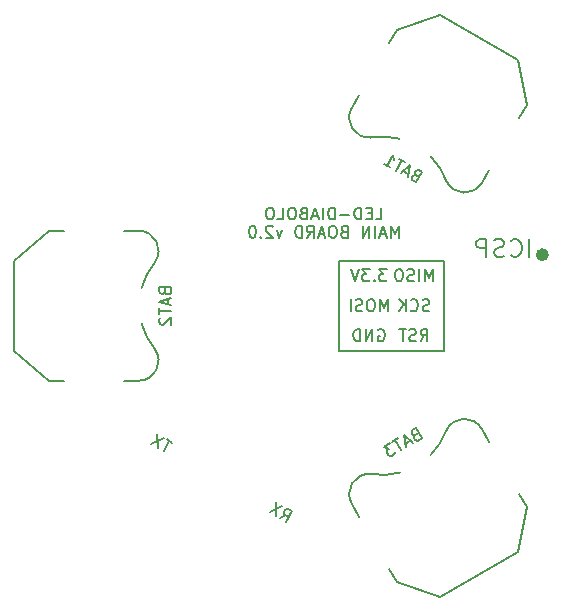
<source format=gbo>
G04 #@! TF.FileFunction,Legend,Bot*
%FSLAX46Y46*%
G04 Gerber Fmt 4.6, Leading zero omitted, Abs format (unit mm)*
G04 Created by KiCad (PCBNEW (2015-08-12 BZR 6086)-product) date Tue 01 Sep 2015 09:02:53 PM CEST*
%MOMM*%
G01*
G04 APERTURE LIST*
%ADD10C,0.100000*%
%ADD11C,0.150000*%
%ADD12C,0.580000*%
%ADD13R,3.250000X3.250000*%
%ADD14R,8.020000X8.020000*%
%ADD15R,4.080000X1.670000*%
%ADD16C,1.760000*%
%ADD17C,1.760000*%
%ADD18R,1.760000X1.760000*%
%ADD19O,1.760000X1.760000*%
G04 APERTURE END LIST*
D10*
D11*
X131380952Y-119692381D02*
X131857143Y-119692381D01*
X131857143Y-118692381D01*
X131047619Y-119168571D02*
X130714285Y-119168571D01*
X130571428Y-119692381D02*
X131047619Y-119692381D01*
X131047619Y-118692381D01*
X130571428Y-118692381D01*
X130142857Y-119692381D02*
X130142857Y-118692381D01*
X129904762Y-118692381D01*
X129761904Y-118740000D01*
X129666666Y-118835238D01*
X129619047Y-118930476D01*
X129571428Y-119120952D01*
X129571428Y-119263810D01*
X129619047Y-119454286D01*
X129666666Y-119549524D01*
X129761904Y-119644762D01*
X129904762Y-119692381D01*
X130142857Y-119692381D01*
X129142857Y-119311429D02*
X128380952Y-119311429D01*
X127904762Y-119692381D02*
X127904762Y-118692381D01*
X127666667Y-118692381D01*
X127523809Y-118740000D01*
X127428571Y-118835238D01*
X127380952Y-118930476D01*
X127333333Y-119120952D01*
X127333333Y-119263810D01*
X127380952Y-119454286D01*
X127428571Y-119549524D01*
X127523809Y-119644762D01*
X127666667Y-119692381D01*
X127904762Y-119692381D01*
X126904762Y-119692381D02*
X126904762Y-118692381D01*
X126476191Y-119406667D02*
X126000000Y-119406667D01*
X126571429Y-119692381D02*
X126238096Y-118692381D01*
X125904762Y-119692381D01*
X125238095Y-119168571D02*
X125095238Y-119216190D01*
X125047619Y-119263810D01*
X125000000Y-119359048D01*
X125000000Y-119501905D01*
X125047619Y-119597143D01*
X125095238Y-119644762D01*
X125190476Y-119692381D01*
X125571429Y-119692381D01*
X125571429Y-118692381D01*
X125238095Y-118692381D01*
X125142857Y-118740000D01*
X125095238Y-118787619D01*
X125047619Y-118882857D01*
X125047619Y-118978095D01*
X125095238Y-119073333D01*
X125142857Y-119120952D01*
X125238095Y-119168571D01*
X125571429Y-119168571D01*
X124380953Y-118692381D02*
X124190476Y-118692381D01*
X124095238Y-118740000D01*
X124000000Y-118835238D01*
X123952381Y-119025714D01*
X123952381Y-119359048D01*
X124000000Y-119549524D01*
X124095238Y-119644762D01*
X124190476Y-119692381D01*
X124380953Y-119692381D01*
X124476191Y-119644762D01*
X124571429Y-119549524D01*
X124619048Y-119359048D01*
X124619048Y-119025714D01*
X124571429Y-118835238D01*
X124476191Y-118740000D01*
X124380953Y-118692381D01*
X123047619Y-119692381D02*
X123523810Y-119692381D01*
X123523810Y-118692381D01*
X122523810Y-118692381D02*
X122333333Y-118692381D01*
X122238095Y-118740000D01*
X122142857Y-118835238D01*
X122095238Y-119025714D01*
X122095238Y-119359048D01*
X122142857Y-119549524D01*
X122238095Y-119644762D01*
X122333333Y-119692381D01*
X122523810Y-119692381D01*
X122619048Y-119644762D01*
X122714286Y-119549524D01*
X122761905Y-119359048D01*
X122761905Y-119025714D01*
X122714286Y-118835238D01*
X122619048Y-118740000D01*
X122523810Y-118692381D01*
X133309524Y-121242381D02*
X133309524Y-120242381D01*
X132976190Y-120956667D01*
X132642857Y-120242381D01*
X132642857Y-121242381D01*
X132214286Y-120956667D02*
X131738095Y-120956667D01*
X132309524Y-121242381D02*
X131976191Y-120242381D01*
X131642857Y-121242381D01*
X131309524Y-121242381D02*
X131309524Y-120242381D01*
X130833334Y-121242381D02*
X130833334Y-120242381D01*
X130261905Y-121242381D01*
X130261905Y-120242381D01*
X128690476Y-120718571D02*
X128547619Y-120766190D01*
X128500000Y-120813810D01*
X128452381Y-120909048D01*
X128452381Y-121051905D01*
X128500000Y-121147143D01*
X128547619Y-121194762D01*
X128642857Y-121242381D01*
X129023810Y-121242381D01*
X129023810Y-120242381D01*
X128690476Y-120242381D01*
X128595238Y-120290000D01*
X128547619Y-120337619D01*
X128500000Y-120432857D01*
X128500000Y-120528095D01*
X128547619Y-120623333D01*
X128595238Y-120670952D01*
X128690476Y-120718571D01*
X129023810Y-120718571D01*
X127833334Y-120242381D02*
X127642857Y-120242381D01*
X127547619Y-120290000D01*
X127452381Y-120385238D01*
X127404762Y-120575714D01*
X127404762Y-120909048D01*
X127452381Y-121099524D01*
X127547619Y-121194762D01*
X127642857Y-121242381D01*
X127833334Y-121242381D01*
X127928572Y-121194762D01*
X128023810Y-121099524D01*
X128071429Y-120909048D01*
X128071429Y-120575714D01*
X128023810Y-120385238D01*
X127928572Y-120290000D01*
X127833334Y-120242381D01*
X127023810Y-120956667D02*
X126547619Y-120956667D01*
X127119048Y-121242381D02*
X126785715Y-120242381D01*
X126452381Y-121242381D01*
X125547619Y-121242381D02*
X125880953Y-120766190D01*
X126119048Y-121242381D02*
X126119048Y-120242381D01*
X125738095Y-120242381D01*
X125642857Y-120290000D01*
X125595238Y-120337619D01*
X125547619Y-120432857D01*
X125547619Y-120575714D01*
X125595238Y-120670952D01*
X125642857Y-120718571D01*
X125738095Y-120766190D01*
X126119048Y-120766190D01*
X125119048Y-121242381D02*
X125119048Y-120242381D01*
X124880953Y-120242381D01*
X124738095Y-120290000D01*
X124642857Y-120385238D01*
X124595238Y-120480476D01*
X124547619Y-120670952D01*
X124547619Y-120813810D01*
X124595238Y-121004286D01*
X124642857Y-121099524D01*
X124738095Y-121194762D01*
X124880953Y-121242381D01*
X125119048Y-121242381D01*
X123452381Y-120575714D02*
X123214286Y-121242381D01*
X122976190Y-120575714D01*
X122642857Y-120337619D02*
X122595238Y-120290000D01*
X122500000Y-120242381D01*
X122261904Y-120242381D01*
X122166666Y-120290000D01*
X122119047Y-120337619D01*
X122071428Y-120432857D01*
X122071428Y-120528095D01*
X122119047Y-120670952D01*
X122690476Y-121242381D01*
X122071428Y-121242381D01*
X121642857Y-121147143D02*
X121595238Y-121194762D01*
X121642857Y-121242381D01*
X121690476Y-121194762D01*
X121642857Y-121147143D01*
X121642857Y-121242381D01*
X120976191Y-120242381D02*
X120880952Y-120242381D01*
X120785714Y-120290000D01*
X120738095Y-120337619D01*
X120690476Y-120432857D01*
X120642857Y-120623333D01*
X120642857Y-120861429D01*
X120690476Y-121051905D01*
X120738095Y-121147143D01*
X120785714Y-121194762D01*
X120880952Y-121242381D01*
X120976191Y-121242381D01*
X121071429Y-121194762D01*
X121119048Y-121147143D01*
X121166667Y-121051905D01*
X121214286Y-120861429D01*
X121214286Y-120623333D01*
X121166667Y-120432857D01*
X121119048Y-120337619D01*
X121071429Y-120290000D01*
X120976191Y-120242381D01*
X128270000Y-130810000D02*
X128270000Y-123190000D01*
X137160000Y-130810000D02*
X128270000Y-130810000D01*
X137160000Y-123190000D02*
X137160000Y-130810000D01*
X128270000Y-123190000D02*
X137160000Y-123190000D01*
X133425199Y-141130817D02*
G75*
G02X130916957Y-141240369I-1501199J5602199D01*
G01*
X136025047Y-139629795D02*
G75*
G03X137374043Y-137512369I-4101047J4101177D01*
G01*
X130947082Y-141249332D02*
G75*
G03X129345739Y-143762938I-146421J-1673606D01*
G01*
X137366743Y-137542940D02*
G75*
G02X140344261Y-137412938I1522596J-709998D01*
G01*
X129980739Y-144862790D02*
X129345739Y-143762938D01*
X140979261Y-138512790D02*
X140344261Y-137412938D01*
X143519261Y-142912200D02*
X144154261Y-144012052D01*
X144154261Y-144012052D02*
X143414557Y-147810846D01*
X143414557Y-147810846D02*
X136815443Y-151620846D01*
X136815443Y-151620846D02*
X133155739Y-150362052D01*
X133155739Y-150362052D02*
X132520739Y-149262200D01*
X111549753Y-125498977D02*
G75*
G02X112709000Y-123272000I5602247J-1501023D01*
G01*
X111549753Y-128501023D02*
G75*
G03X112709000Y-130728000I5602247J1501023D01*
G01*
X112686175Y-123293608D02*
G75*
G03X111310000Y-120650000I-1376175J963608D01*
G01*
X112686175Y-130706392D02*
G75*
G02X111310000Y-133350000I-1376175J-963608D01*
G01*
X110040000Y-120650000D02*
X111310000Y-120650000D01*
X110040000Y-133350000D02*
X111310000Y-133350000D01*
X104960000Y-133350000D02*
X103690000Y-133350000D01*
X103690000Y-133350000D02*
X100770000Y-130810000D01*
X100770000Y-130810000D02*
X100770000Y-123190000D01*
X100770000Y-123190000D02*
X103690000Y-120650000D01*
X103690000Y-120650000D02*
X104960000Y-120650000D01*
X136025047Y-114370205D02*
G75*
G02X137374043Y-116487631I-4101047J-4101177D01*
G01*
X133425199Y-112869183D02*
G75*
G03X130916957Y-112759631I-1501199J-5602199D01*
G01*
X137366743Y-116457060D02*
G75*
G03X140344261Y-116587062I1522596J709998D01*
G01*
X130947082Y-112750668D02*
G75*
G02X129345739Y-110237062I-146421J1673606D01*
G01*
X140979261Y-115487210D02*
X140344261Y-116587062D01*
X129980739Y-109137210D02*
X129345739Y-110237062D01*
X132520739Y-104737800D02*
X133155739Y-103637948D01*
X133155739Y-103637948D02*
X136815443Y-102379154D01*
X136815443Y-102379154D02*
X143414557Y-106189154D01*
X143414557Y-106189154D02*
X144154261Y-109987948D01*
X144154261Y-109987948D02*
X143519261Y-111087800D01*
D12*
X145731000Y-122682000D02*
G75*
G03X145731000Y-122682000I-254000J0D01*
G01*
D11*
X134717887Y-137939202D02*
X134617979Y-138051870D01*
X134600550Y-138116920D01*
X134606929Y-138223208D01*
X134678358Y-138346925D01*
X134767216Y-138405594D01*
X134832265Y-138423024D01*
X134938553Y-138416644D01*
X135268468Y-138226168D01*
X134768468Y-137360143D01*
X134479792Y-137526810D01*
X134421123Y-137615668D01*
X134403693Y-137680717D01*
X134410073Y-137787005D01*
X134457692Y-137869483D01*
X134546550Y-137928152D01*
X134611599Y-137945582D01*
X134717887Y-137939202D01*
X135006563Y-137772535D01*
X134300825Y-138454923D02*
X133888431Y-138693018D01*
X134526160Y-138654739D02*
X133737485Y-137955381D01*
X133948810Y-138988073D01*
X133283853Y-138217286D02*
X132788981Y-138503000D01*
X133536417Y-139226168D02*
X133036417Y-138360143D01*
X132582784Y-138622048D02*
X132046673Y-138931572D01*
X132525825Y-139094819D01*
X132402106Y-139166248D01*
X132343437Y-139255106D01*
X132326007Y-139320155D01*
X132332388Y-139426444D01*
X132451435Y-139632640D01*
X132540293Y-139691309D01*
X132605342Y-139708739D01*
X132711630Y-139702359D01*
X132959067Y-139559501D01*
X133017736Y-139470643D01*
X133035165Y-139405594D01*
X113524571Y-125785715D02*
X113572190Y-125928572D01*
X113619810Y-125976191D01*
X113715048Y-126023810D01*
X113857905Y-126023810D01*
X113953143Y-125976191D01*
X114000762Y-125928572D01*
X114048381Y-125833334D01*
X114048381Y-125452381D01*
X113048381Y-125452381D01*
X113048381Y-125785715D01*
X113096000Y-125880953D01*
X113143619Y-125928572D01*
X113238857Y-125976191D01*
X113334095Y-125976191D01*
X113429333Y-125928572D01*
X113476952Y-125880953D01*
X113524571Y-125785715D01*
X113524571Y-125452381D01*
X113762667Y-126404762D02*
X113762667Y-126880953D01*
X114048381Y-126309524D02*
X113048381Y-126642857D01*
X114048381Y-126976191D01*
X113048381Y-127166667D02*
X113048381Y-127738096D01*
X114048381Y-127452381D02*
X113048381Y-127452381D01*
X113143619Y-128023810D02*
X113096000Y-128071429D01*
X113048381Y-128166667D01*
X113048381Y-128404763D01*
X113096000Y-128500001D01*
X113143619Y-128547620D01*
X113238857Y-128595239D01*
X113334095Y-128595239D01*
X113476952Y-128547620D01*
X114048381Y-127976191D01*
X114048381Y-128595239D01*
X134789316Y-115937079D02*
X134641789Y-115906890D01*
X134576740Y-115924321D01*
X134487881Y-115982990D01*
X134416453Y-116106707D01*
X134410073Y-116212995D01*
X134427503Y-116278044D01*
X134486172Y-116366902D01*
X134816087Y-116557379D01*
X135316087Y-115691354D01*
X135027411Y-115524687D01*
X134921123Y-115518307D01*
X134856074Y-115535737D01*
X134767216Y-115594406D01*
X134719597Y-115676884D01*
X134713217Y-115783172D01*
X134730647Y-115848221D01*
X134789316Y-115937079D01*
X135077992Y-116103746D01*
X134134158Y-115833753D02*
X133721764Y-115595657D01*
X134073779Y-116128807D02*
X134285104Y-115096116D01*
X133496429Y-115795474D01*
X133831472Y-114834211D02*
X133336600Y-114548496D01*
X133084036Y-115557379D02*
X133584036Y-114691354D01*
X132094292Y-114985950D02*
X132589164Y-115271664D01*
X132341728Y-115128807D02*
X132841728Y-114262782D01*
X132852778Y-114434119D01*
X132887638Y-114564216D01*
X132946307Y-114653075D01*
X114154466Y-138590701D02*
X113659594Y-138304986D01*
X113407030Y-139313869D02*
X113907030Y-138447844D01*
X113453397Y-138185939D02*
X112376047Y-138718630D01*
X112876047Y-137852605D02*
X112953397Y-139051964D01*
X123257614Y-145001106D02*
X123784386Y-144755380D01*
X123752487Y-145286821D02*
X124252487Y-144420796D01*
X123922572Y-144230319D01*
X123816284Y-144223939D01*
X123751235Y-144241369D01*
X123662376Y-144300038D01*
X123590948Y-144423756D01*
X123584568Y-144530044D01*
X123601998Y-144595093D01*
X123660667Y-144683951D01*
X123990582Y-144874427D01*
X123468940Y-143968415D02*
X122391589Y-144501106D01*
X122891589Y-143635081D02*
X122968940Y-144834440D01*
X144389285Y-122852571D02*
X144389285Y-121352571D01*
X142817856Y-122709714D02*
X142889285Y-122781143D01*
X143103571Y-122852571D01*
X143246428Y-122852571D01*
X143460713Y-122781143D01*
X143603571Y-122638286D01*
X143674999Y-122495429D01*
X143746428Y-122209714D01*
X143746428Y-121995429D01*
X143674999Y-121709714D01*
X143603571Y-121566857D01*
X143460713Y-121424000D01*
X143246428Y-121352571D01*
X143103571Y-121352571D01*
X142889285Y-121424000D01*
X142817856Y-121495429D01*
X142246428Y-122781143D02*
X142032142Y-122852571D01*
X141674999Y-122852571D01*
X141532142Y-122781143D01*
X141460713Y-122709714D01*
X141389285Y-122566857D01*
X141389285Y-122424000D01*
X141460713Y-122281143D01*
X141532142Y-122209714D01*
X141674999Y-122138286D01*
X141960713Y-122066857D01*
X142103571Y-121995429D01*
X142174999Y-121924000D01*
X142246428Y-121781143D01*
X142246428Y-121638286D01*
X142174999Y-121495429D01*
X142103571Y-121424000D01*
X141960713Y-121352571D01*
X141603571Y-121352571D01*
X141389285Y-121424000D01*
X140746428Y-122852571D02*
X140746428Y-121352571D01*
X140175000Y-121352571D01*
X140032142Y-121424000D01*
X139960714Y-121495429D01*
X139889285Y-121638286D01*
X139889285Y-121852571D01*
X139960714Y-121995429D01*
X140032142Y-122066857D01*
X140175000Y-122138286D01*
X140746428Y-122138286D01*
X131571904Y-129040000D02*
X131667142Y-128992381D01*
X131809999Y-128992381D01*
X131952857Y-129040000D01*
X132048095Y-129135238D01*
X132095714Y-129230476D01*
X132143333Y-129420952D01*
X132143333Y-129563810D01*
X132095714Y-129754286D01*
X132048095Y-129849524D01*
X131952857Y-129944762D01*
X131809999Y-129992381D01*
X131714761Y-129992381D01*
X131571904Y-129944762D01*
X131524285Y-129897143D01*
X131524285Y-129563810D01*
X131714761Y-129563810D01*
X131095714Y-129992381D02*
X131095714Y-128992381D01*
X130524285Y-129992381D01*
X130524285Y-128992381D01*
X130048095Y-129992381D02*
X130048095Y-128992381D01*
X129810000Y-128992381D01*
X129667142Y-129040000D01*
X129571904Y-129135238D01*
X129524285Y-129230476D01*
X129476666Y-129420952D01*
X129476666Y-129563810D01*
X129524285Y-129754286D01*
X129571904Y-129849524D01*
X129667142Y-129944762D01*
X129810000Y-129992381D01*
X130048095Y-129992381D01*
X132381428Y-127452381D02*
X132381428Y-126452381D01*
X132048094Y-127166667D01*
X131714761Y-126452381D01*
X131714761Y-127452381D01*
X131048095Y-126452381D02*
X130857618Y-126452381D01*
X130762380Y-126500000D01*
X130667142Y-126595238D01*
X130619523Y-126785714D01*
X130619523Y-127119048D01*
X130667142Y-127309524D01*
X130762380Y-127404762D01*
X130857618Y-127452381D01*
X131048095Y-127452381D01*
X131143333Y-127404762D01*
X131238571Y-127309524D01*
X131286190Y-127119048D01*
X131286190Y-126785714D01*
X131238571Y-126595238D01*
X131143333Y-126500000D01*
X131048095Y-126452381D01*
X130238571Y-127404762D02*
X130095714Y-127452381D01*
X129857618Y-127452381D01*
X129762380Y-127404762D01*
X129714761Y-127357143D01*
X129667142Y-127261905D01*
X129667142Y-127166667D01*
X129714761Y-127071429D01*
X129762380Y-127023810D01*
X129857618Y-126976190D01*
X130048095Y-126928571D01*
X130143333Y-126880952D01*
X130190952Y-126833333D01*
X130238571Y-126738095D01*
X130238571Y-126642857D01*
X130190952Y-126547619D01*
X130143333Y-126500000D01*
X130048095Y-126452381D01*
X129809999Y-126452381D01*
X129667142Y-126500000D01*
X129238571Y-127452381D02*
X129238571Y-126452381D01*
X132286190Y-123912381D02*
X131667142Y-123912381D01*
X132000476Y-124293333D01*
X131857618Y-124293333D01*
X131762380Y-124340952D01*
X131714761Y-124388571D01*
X131667142Y-124483810D01*
X131667142Y-124721905D01*
X131714761Y-124817143D01*
X131762380Y-124864762D01*
X131857618Y-124912381D01*
X132143333Y-124912381D01*
X132238571Y-124864762D01*
X132286190Y-124817143D01*
X131238571Y-124817143D02*
X131190952Y-124864762D01*
X131238571Y-124912381D01*
X131286190Y-124864762D01*
X131238571Y-124817143D01*
X131238571Y-124912381D01*
X130857619Y-123912381D02*
X130238571Y-123912381D01*
X130571905Y-124293333D01*
X130429047Y-124293333D01*
X130333809Y-124340952D01*
X130286190Y-124388571D01*
X130238571Y-124483810D01*
X130238571Y-124721905D01*
X130286190Y-124817143D01*
X130333809Y-124864762D01*
X130429047Y-124912381D01*
X130714762Y-124912381D01*
X130810000Y-124864762D01*
X130857619Y-124817143D01*
X129952857Y-123912381D02*
X129619524Y-124912381D01*
X129286190Y-123912381D01*
X135167619Y-129992381D02*
X135500953Y-129516190D01*
X135739048Y-129992381D02*
X135739048Y-128992381D01*
X135358095Y-128992381D01*
X135262857Y-129040000D01*
X135215238Y-129087619D01*
X135167619Y-129182857D01*
X135167619Y-129325714D01*
X135215238Y-129420952D01*
X135262857Y-129468571D01*
X135358095Y-129516190D01*
X135739048Y-129516190D01*
X134786667Y-129944762D02*
X134643810Y-129992381D01*
X134405714Y-129992381D01*
X134310476Y-129944762D01*
X134262857Y-129897143D01*
X134215238Y-129801905D01*
X134215238Y-129706667D01*
X134262857Y-129611429D01*
X134310476Y-129563810D01*
X134405714Y-129516190D01*
X134596191Y-129468571D01*
X134691429Y-129420952D01*
X134739048Y-129373333D01*
X134786667Y-129278095D01*
X134786667Y-129182857D01*
X134739048Y-129087619D01*
X134691429Y-129040000D01*
X134596191Y-128992381D01*
X134358095Y-128992381D01*
X134215238Y-129040000D01*
X133929524Y-128992381D02*
X133358095Y-128992381D01*
X133643810Y-129992381D02*
X133643810Y-128992381D01*
X135905714Y-127404762D02*
X135762857Y-127452381D01*
X135524761Y-127452381D01*
X135429523Y-127404762D01*
X135381904Y-127357143D01*
X135334285Y-127261905D01*
X135334285Y-127166667D01*
X135381904Y-127071429D01*
X135429523Y-127023810D01*
X135524761Y-126976190D01*
X135715238Y-126928571D01*
X135810476Y-126880952D01*
X135858095Y-126833333D01*
X135905714Y-126738095D01*
X135905714Y-126642857D01*
X135858095Y-126547619D01*
X135810476Y-126500000D01*
X135715238Y-126452381D01*
X135477142Y-126452381D01*
X135334285Y-126500000D01*
X134334285Y-127357143D02*
X134381904Y-127404762D01*
X134524761Y-127452381D01*
X134619999Y-127452381D01*
X134762857Y-127404762D01*
X134858095Y-127309524D01*
X134905714Y-127214286D01*
X134953333Y-127023810D01*
X134953333Y-126880952D01*
X134905714Y-126690476D01*
X134858095Y-126595238D01*
X134762857Y-126500000D01*
X134619999Y-126452381D01*
X134524761Y-126452381D01*
X134381904Y-126500000D01*
X134334285Y-126547619D01*
X133905714Y-127452381D02*
X133905714Y-126452381D01*
X133334285Y-127452381D02*
X133762857Y-126880952D01*
X133334285Y-126452381D02*
X133905714Y-127023810D01*
X136191428Y-124912381D02*
X136191428Y-123912381D01*
X135858094Y-124626667D01*
X135524761Y-123912381D01*
X135524761Y-124912381D01*
X135048571Y-124912381D02*
X135048571Y-123912381D01*
X134620000Y-124864762D02*
X134477143Y-124912381D01*
X134239047Y-124912381D01*
X134143809Y-124864762D01*
X134096190Y-124817143D01*
X134048571Y-124721905D01*
X134048571Y-124626667D01*
X134096190Y-124531429D01*
X134143809Y-124483810D01*
X134239047Y-124436190D01*
X134429524Y-124388571D01*
X134524762Y-124340952D01*
X134572381Y-124293333D01*
X134620000Y-124198095D01*
X134620000Y-124102857D01*
X134572381Y-124007619D01*
X134524762Y-123960000D01*
X134429524Y-123912381D01*
X134191428Y-123912381D01*
X134048571Y-123960000D01*
X133429524Y-123912381D02*
X133239047Y-123912381D01*
X133143809Y-123960000D01*
X133048571Y-124055238D01*
X133000952Y-124245714D01*
X133000952Y-124579048D01*
X133048571Y-124769524D01*
X133143809Y-124864762D01*
X133239047Y-124912381D01*
X133429524Y-124912381D01*
X133524762Y-124864762D01*
X133620000Y-124769524D01*
X133667619Y-124579048D01*
X133667619Y-124245714D01*
X133620000Y-124055238D01*
X133524762Y-123960000D01*
X133429524Y-123912381D01*
%LPC*%
D10*
G36*
X131624693Y-144970204D02*
X133249693Y-147784786D01*
X130435111Y-149409786D01*
X128810111Y-146595204D01*
X131624693Y-144970204D01*
X131624693Y-144970204D01*
G37*
G36*
X143064889Y-138365204D02*
X144689889Y-141179786D01*
X141875307Y-142804786D01*
X140250307Y-139990204D01*
X143064889Y-138365204D01*
X143064889Y-138365204D01*
G37*
G36*
X138217762Y-138409733D02*
X142227762Y-145355257D01*
X135282238Y-149365257D01*
X131272238Y-142419733D01*
X138217762Y-138409733D01*
X138217762Y-138409733D01*
G37*
D13*
X107500000Y-120395000D03*
X107500000Y-133605000D03*
D14*
X107500000Y-127000000D03*
D10*
G36*
X140250307Y-114009796D02*
X141875307Y-111195214D01*
X144689889Y-112820214D01*
X143064889Y-115634796D01*
X140250307Y-114009796D01*
X140250307Y-114009796D01*
G37*
G36*
X128810111Y-107404796D02*
X130435111Y-104590214D01*
X133249693Y-106215214D01*
X131624693Y-109029796D01*
X128810111Y-107404796D01*
X128810111Y-107404796D01*
G37*
G36*
X131272238Y-111580267D02*
X135282238Y-104634743D01*
X142227762Y-108644743D01*
X138217762Y-115590267D01*
X131272238Y-111580267D01*
X131272238Y-111580267D01*
G37*
G36*
X122607753Y-143139369D02*
X121772753Y-144585631D01*
X118239369Y-142545631D01*
X119074369Y-141099369D01*
X122607753Y-143139369D01*
X122607753Y-143139369D01*
G37*
G36*
X118320927Y-140664369D02*
X117485927Y-142110631D01*
X113952543Y-140070631D01*
X114787543Y-138624369D01*
X118320927Y-140664369D01*
X118320927Y-140664369D01*
G37*
D15*
X144904000Y-124460000D03*
X139954000Y-124460000D03*
X144904000Y-127000000D03*
X139954000Y-127000000D03*
X144904000Y-129540000D03*
X139954000Y-129540000D03*
D16*
X127000000Y-127000000D03*
D10*
G36*
X109597771Y-108618454D02*
X108717771Y-107094250D01*
X110241975Y-106214250D01*
X111121975Y-107738454D01*
X109597771Y-108618454D01*
X109597771Y-108618454D01*
G37*
D17*
X110919873Y-109148403D02*
X110919873Y-109148403D01*
X111651924Y-106416352D02*
X111651924Y-106416352D01*
X112651924Y-108148403D02*
X112651924Y-108148403D01*
X113383975Y-105416352D02*
X113383975Y-105416352D01*
X114383975Y-107148403D02*
X114383975Y-107148403D01*
X115116025Y-104416352D02*
X115116025Y-104416352D01*
X116116025Y-106148403D02*
X116116025Y-106148403D01*
X116848076Y-103416352D02*
X116848076Y-103416352D01*
X117848076Y-105148403D02*
X117848076Y-105148403D01*
X118580127Y-102416352D02*
X118580127Y-102416352D01*
X119580127Y-104148403D02*
X119580127Y-104148403D01*
D10*
G36*
X119782229Y-151261546D02*
X118902229Y-152785750D01*
X117378025Y-151905750D01*
X118258025Y-150381546D01*
X119782229Y-151261546D01*
X119782229Y-151261546D01*
G37*
D17*
X119580127Y-149851597D02*
X119580127Y-149851597D01*
X116848076Y-150583648D02*
X116848076Y-150583648D01*
X117848076Y-148851597D02*
X117848076Y-148851597D01*
X115116025Y-149583648D02*
X115116025Y-149583648D01*
X116116025Y-147851597D02*
X116116025Y-147851597D01*
X113383975Y-148583648D02*
X113383975Y-148583648D01*
X114383975Y-146851597D02*
X114383975Y-146851597D01*
X111651924Y-147583648D02*
X111651924Y-147583648D01*
X112651924Y-145851597D02*
X112651924Y-145851597D01*
X109919873Y-146583648D02*
X109919873Y-146583648D01*
X110919873Y-144851597D02*
X110919873Y-144851597D01*
D18*
X152500000Y-122000000D03*
D19*
X150500000Y-122000000D03*
X152500000Y-124000000D03*
X150500000Y-124000000D03*
X152500000Y-126000000D03*
X150500000Y-126000000D03*
X152500000Y-128000000D03*
X150500000Y-128000000D03*
X152500000Y-130000000D03*
X150500000Y-130000000D03*
X152500000Y-132000000D03*
X150500000Y-132000000D03*
M02*

</source>
